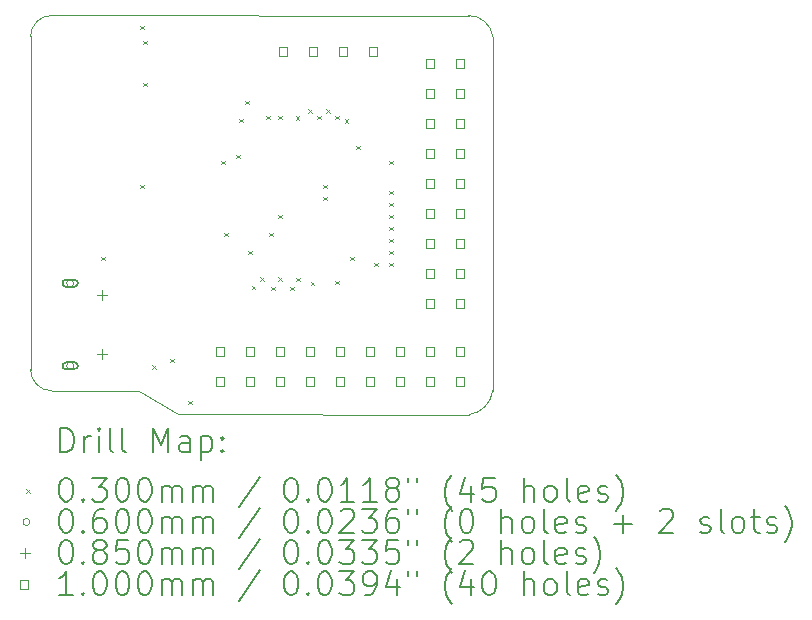
<source format=gbr>
%TF.GenerationSoftware,KiCad,Pcbnew,(6.0.7)*%
%TF.CreationDate,2022-09-12T19:52:28+08:00*%
%TF.ProjectId,STM32Breakout,53544d33-3242-4726-9561-6b6f75742e6b,rev?*%
%TF.SameCoordinates,Original*%
%TF.FileFunction,Drillmap*%
%TF.FilePolarity,Positive*%
%FSLAX45Y45*%
G04 Gerber Fmt 4.5, Leading zero omitted, Abs format (unit mm)*
G04 Created by KiCad (PCBNEW (6.0.7)) date 2022-09-12 19:52:28*
%MOMM*%
%LPD*%
G01*
G04 APERTURE LIST*
%ADD10C,0.100000*%
%ADD11C,0.200000*%
%ADD12C,0.030000*%
%ADD13C,0.060000*%
%ADD14C,0.085000*%
G04 APERTURE END LIST*
D10*
X8813800Y-11480162D02*
X8483600Y-11277600D01*
X7567924Y-11101076D02*
G75*
G03*
X7745724Y-11278876I177796J-4D01*
G01*
X7567924Y-11101076D02*
X7567924Y-8279124D01*
X8126724Y-11278876D02*
X7745724Y-11278876D01*
X7745724Y-8101324D02*
X11278876Y-8102600D01*
X11480803Y-8280400D02*
G75*
G03*
X11278876Y-8102600I-201923J-25760D01*
G01*
X11480800Y-11278876D02*
X11480800Y-8280400D01*
X11278876Y-11481436D02*
G75*
G03*
X11480800Y-11278876I-30356J232186D01*
G01*
X7745724Y-8101324D02*
G75*
G03*
X7567924Y-8279124I-4J-177796D01*
G01*
X8813800Y-11480162D02*
X11278876Y-11481438D01*
X8483600Y-11277600D02*
X8126724Y-11278876D01*
D11*
D12*
X8163800Y-10145000D02*
X8193800Y-10175000D01*
X8193800Y-10145000D02*
X8163800Y-10175000D01*
X8494000Y-8189200D02*
X8524000Y-8219200D01*
X8524000Y-8189200D02*
X8494000Y-8219200D01*
X8494000Y-9535400D02*
X8524000Y-9565400D01*
X8524000Y-9535400D02*
X8494000Y-9565400D01*
X8519400Y-8316200D02*
X8549400Y-8346200D01*
X8549400Y-8316200D02*
X8519400Y-8346200D01*
X8519400Y-8671800D02*
X8549400Y-8701800D01*
X8549400Y-8671800D02*
X8519400Y-8701800D01*
X8595600Y-11065150D02*
X8625600Y-11095150D01*
X8625600Y-11065150D02*
X8595600Y-11095150D01*
X8748000Y-11008600D02*
X8778000Y-11038600D01*
X8778000Y-11008600D02*
X8748000Y-11038600D01*
X8900400Y-11364200D02*
X8930400Y-11394200D01*
X8930400Y-11364200D02*
X8900400Y-11394200D01*
X9179800Y-9332200D02*
X9209800Y-9362200D01*
X9209800Y-9332200D02*
X9179800Y-9362200D01*
X9205200Y-9941800D02*
X9235200Y-9971800D01*
X9235200Y-9941800D02*
X9205200Y-9971800D01*
X9306800Y-9281400D02*
X9336800Y-9311400D01*
X9336800Y-9281400D02*
X9306800Y-9311400D01*
X9332200Y-8976600D02*
X9362200Y-9006600D01*
X9362200Y-8976600D02*
X9332200Y-9006600D01*
X9383000Y-8824200D02*
X9413000Y-8854200D01*
X9413000Y-8824200D02*
X9383000Y-8854200D01*
X9408400Y-10094200D02*
X9438400Y-10124200D01*
X9438400Y-10094200D02*
X9408400Y-10124200D01*
X9441303Y-10391497D02*
X9471303Y-10421497D01*
X9471303Y-10391497D02*
X9441303Y-10421497D01*
X9510000Y-10318200D02*
X9540000Y-10348200D01*
X9540000Y-10318200D02*
X9510000Y-10348200D01*
X9560800Y-8951200D02*
X9590800Y-8981200D01*
X9590800Y-8951200D02*
X9560800Y-8981200D01*
X9586200Y-9941800D02*
X9616200Y-9971800D01*
X9616200Y-9941800D02*
X9586200Y-9971800D01*
X9605768Y-10400111D02*
X9635768Y-10430111D01*
X9635768Y-10400111D02*
X9605768Y-10430111D01*
X9662400Y-8951200D02*
X9692400Y-8981200D01*
X9692400Y-8951200D02*
X9662400Y-8981200D01*
X9662400Y-9789400D02*
X9692400Y-9819400D01*
X9692400Y-9789400D02*
X9662400Y-9819400D01*
X9662400Y-10318200D02*
X9692400Y-10348200D01*
X9692400Y-10318200D02*
X9662400Y-10348200D01*
X9764000Y-10399000D02*
X9794000Y-10429000D01*
X9794000Y-10399000D02*
X9764000Y-10429000D01*
X9812260Y-8956280D02*
X9842260Y-8986280D01*
X9842260Y-8956280D02*
X9812260Y-8986280D01*
X9814800Y-10322800D02*
X9844800Y-10352800D01*
X9844800Y-10322800D02*
X9814800Y-10352800D01*
X9916400Y-8895800D02*
X9946400Y-8925800D01*
X9946400Y-8895800D02*
X9916400Y-8925800D01*
X9938454Y-10357158D02*
X9968454Y-10387158D01*
X9968454Y-10357158D02*
X9938454Y-10387158D01*
X9992600Y-8951200D02*
X10022600Y-8981200D01*
X10022600Y-8951200D02*
X9992600Y-8981200D01*
X10043400Y-9535400D02*
X10073400Y-9565400D01*
X10073400Y-9535400D02*
X10043400Y-9565400D01*
X10043400Y-9637000D02*
X10073400Y-9667000D01*
X10073400Y-9637000D02*
X10043400Y-9667000D01*
X10068800Y-8895800D02*
X10098800Y-8925800D01*
X10098800Y-8895800D02*
X10068800Y-8925800D01*
X10145000Y-8951200D02*
X10175000Y-8981200D01*
X10175000Y-8951200D02*
X10145000Y-8981200D01*
X10145000Y-10348200D02*
X10175000Y-10378200D01*
X10175000Y-10348200D02*
X10145000Y-10378200D01*
X10228550Y-8979140D02*
X10258550Y-9009140D01*
X10258550Y-8979140D02*
X10228550Y-9009140D01*
X10272000Y-10145000D02*
X10302000Y-10175000D01*
X10302000Y-10145000D02*
X10272000Y-10175000D01*
X10322800Y-9205200D02*
X10352800Y-9235200D01*
X10352800Y-9205200D02*
X10322800Y-9235200D01*
X10475200Y-10195800D02*
X10505200Y-10225800D01*
X10505200Y-10195800D02*
X10475200Y-10225800D01*
X10602200Y-9332200D02*
X10632200Y-9362200D01*
X10632200Y-9332200D02*
X10602200Y-9362200D01*
X10602200Y-9586200D02*
X10632200Y-9616200D01*
X10632200Y-9586200D02*
X10602200Y-9616200D01*
X10602200Y-9687800D02*
X10632200Y-9717800D01*
X10632200Y-9687800D02*
X10602200Y-9717800D01*
X10602200Y-9891000D02*
X10632200Y-9921000D01*
X10632200Y-9891000D02*
X10602200Y-9921000D01*
X10602200Y-9992600D02*
X10632200Y-10022600D01*
X10632200Y-9992600D02*
X10602200Y-10022600D01*
X10602200Y-10094200D02*
X10632200Y-10124200D01*
X10632200Y-10094200D02*
X10602200Y-10124200D01*
X10602200Y-10195800D02*
X10632200Y-10225800D01*
X10632200Y-10195800D02*
X10602200Y-10225800D01*
X10604165Y-9787435D02*
X10634165Y-9817435D01*
X10634165Y-9787435D02*
X10604165Y-9817435D01*
D13*
X7932650Y-10368800D02*
G75*
G03*
X7932650Y-10368800I-30000J0D01*
G01*
D11*
X7867650Y-10398800D02*
X7937650Y-10398800D01*
X7867650Y-10338800D02*
X7937650Y-10338800D01*
X7937650Y-10398800D02*
G75*
G03*
X7937650Y-10338800I0J30000D01*
G01*
X7867650Y-10338800D02*
G75*
G03*
X7867650Y-10398800I0J-30000D01*
G01*
D13*
X7932650Y-11068800D02*
G75*
G03*
X7932650Y-11068800I-30000J0D01*
G01*
D11*
X7937650Y-11038800D02*
X7867650Y-11038800D01*
X7937650Y-11098800D02*
X7867650Y-11098800D01*
X7867650Y-11038800D02*
G75*
G03*
X7867650Y-11098800I0J-30000D01*
G01*
X7937650Y-11098800D02*
G75*
G03*
X7937650Y-11038800I0J30000D01*
G01*
D14*
X8172650Y-10426300D02*
X8172650Y-10511300D01*
X8130150Y-10468800D02*
X8215150Y-10468800D01*
X8172650Y-10926300D02*
X8172650Y-11011300D01*
X8130150Y-10968800D02*
X8215150Y-10968800D01*
D10*
X9205756Y-10983256D02*
X9205756Y-10912544D01*
X9135044Y-10912544D01*
X9135044Y-10983256D01*
X9205756Y-10983256D01*
X9205756Y-11237256D02*
X9205756Y-11166544D01*
X9135044Y-11166544D01*
X9135044Y-11237256D01*
X9205756Y-11237256D01*
X9459756Y-10983256D02*
X9459756Y-10912544D01*
X9389044Y-10912544D01*
X9389044Y-10983256D01*
X9459756Y-10983256D01*
X9459756Y-11237256D02*
X9459756Y-11166544D01*
X9389044Y-11166544D01*
X9389044Y-11237256D01*
X9459756Y-11237256D01*
X9713756Y-10983256D02*
X9713756Y-10912544D01*
X9643044Y-10912544D01*
X9643044Y-10983256D01*
X9713756Y-10983256D01*
X9713756Y-11237256D02*
X9713756Y-11166544D01*
X9643044Y-11166544D01*
X9643044Y-11237256D01*
X9713756Y-11237256D01*
X9738156Y-8442756D02*
X9738156Y-8372044D01*
X9667444Y-8372044D01*
X9667444Y-8442756D01*
X9738156Y-8442756D01*
X9967756Y-10983256D02*
X9967756Y-10912544D01*
X9897044Y-10912544D01*
X9897044Y-10983256D01*
X9967756Y-10983256D01*
X9967756Y-11237256D02*
X9967756Y-11166544D01*
X9897044Y-11166544D01*
X9897044Y-11237256D01*
X9967756Y-11237256D01*
X9992156Y-8442756D02*
X9992156Y-8372044D01*
X9921444Y-8372044D01*
X9921444Y-8442756D01*
X9992156Y-8442756D01*
X10221756Y-10983256D02*
X10221756Y-10912544D01*
X10151044Y-10912544D01*
X10151044Y-10983256D01*
X10221756Y-10983256D01*
X10221756Y-11237256D02*
X10221756Y-11166544D01*
X10151044Y-11166544D01*
X10151044Y-11237256D01*
X10221756Y-11237256D01*
X10246156Y-8442756D02*
X10246156Y-8372044D01*
X10175444Y-8372044D01*
X10175444Y-8442756D01*
X10246156Y-8442756D01*
X10475756Y-10983256D02*
X10475756Y-10912544D01*
X10405044Y-10912544D01*
X10405044Y-10983256D01*
X10475756Y-10983256D01*
X10475756Y-11237256D02*
X10475756Y-11166544D01*
X10405044Y-11166544D01*
X10405044Y-11237256D01*
X10475756Y-11237256D01*
X10500156Y-8442756D02*
X10500156Y-8372044D01*
X10429444Y-8372044D01*
X10429444Y-8442756D01*
X10500156Y-8442756D01*
X10729756Y-10983256D02*
X10729756Y-10912544D01*
X10659044Y-10912544D01*
X10659044Y-10983256D01*
X10729756Y-10983256D01*
X10729756Y-11237256D02*
X10729756Y-11166544D01*
X10659044Y-11166544D01*
X10659044Y-11237256D01*
X10729756Y-11237256D01*
X10982756Y-8544356D02*
X10982756Y-8473644D01*
X10912044Y-8473644D01*
X10912044Y-8544356D01*
X10982756Y-8544356D01*
X10982756Y-8798356D02*
X10982756Y-8727644D01*
X10912044Y-8727644D01*
X10912044Y-8798356D01*
X10982756Y-8798356D01*
X10982756Y-9052356D02*
X10982756Y-8981644D01*
X10912044Y-8981644D01*
X10912044Y-9052356D01*
X10982756Y-9052356D01*
X10982756Y-9306356D02*
X10982756Y-9235644D01*
X10912044Y-9235644D01*
X10912044Y-9306356D01*
X10982756Y-9306356D01*
X10982756Y-9560356D02*
X10982756Y-9489644D01*
X10912044Y-9489644D01*
X10912044Y-9560356D01*
X10982756Y-9560356D01*
X10982756Y-9814356D02*
X10982756Y-9743644D01*
X10912044Y-9743644D01*
X10912044Y-9814356D01*
X10982756Y-9814356D01*
X10982756Y-10068356D02*
X10982756Y-9997644D01*
X10912044Y-9997644D01*
X10912044Y-10068356D01*
X10982756Y-10068356D01*
X10982756Y-10322356D02*
X10982756Y-10251644D01*
X10912044Y-10251644D01*
X10912044Y-10322356D01*
X10982756Y-10322356D01*
X10982756Y-10576356D02*
X10982756Y-10505644D01*
X10912044Y-10505644D01*
X10912044Y-10576356D01*
X10982756Y-10576356D01*
X10983756Y-10983256D02*
X10983756Y-10912544D01*
X10913044Y-10912544D01*
X10913044Y-10983256D01*
X10983756Y-10983256D01*
X10983756Y-11237256D02*
X10983756Y-11166544D01*
X10913044Y-11166544D01*
X10913044Y-11237256D01*
X10983756Y-11237256D01*
X11236756Y-8544356D02*
X11236756Y-8473644D01*
X11166044Y-8473644D01*
X11166044Y-8544356D01*
X11236756Y-8544356D01*
X11236756Y-8798356D02*
X11236756Y-8727644D01*
X11166044Y-8727644D01*
X11166044Y-8798356D01*
X11236756Y-8798356D01*
X11236756Y-9052356D02*
X11236756Y-8981644D01*
X11166044Y-8981644D01*
X11166044Y-9052356D01*
X11236756Y-9052356D01*
X11236756Y-9306356D02*
X11236756Y-9235644D01*
X11166044Y-9235644D01*
X11166044Y-9306356D01*
X11236756Y-9306356D01*
X11236756Y-9560356D02*
X11236756Y-9489644D01*
X11166044Y-9489644D01*
X11166044Y-9560356D01*
X11236756Y-9560356D01*
X11236756Y-9814356D02*
X11236756Y-9743644D01*
X11166044Y-9743644D01*
X11166044Y-9814356D01*
X11236756Y-9814356D01*
X11236756Y-10068356D02*
X11236756Y-9997644D01*
X11166044Y-9997644D01*
X11166044Y-10068356D01*
X11236756Y-10068356D01*
X11236756Y-10322356D02*
X11236756Y-10251644D01*
X11166044Y-10251644D01*
X11166044Y-10322356D01*
X11236756Y-10322356D01*
X11236756Y-10576356D02*
X11236756Y-10505644D01*
X11166044Y-10505644D01*
X11166044Y-10576356D01*
X11236756Y-10576356D01*
X11237756Y-10983256D02*
X11237756Y-10912544D01*
X11167044Y-10912544D01*
X11167044Y-10983256D01*
X11237756Y-10983256D01*
X11237756Y-11237256D02*
X11237756Y-11166544D01*
X11167044Y-11166544D01*
X11167044Y-11237256D01*
X11237756Y-11237256D01*
D11*
X7820543Y-11796914D02*
X7820543Y-11596914D01*
X7868162Y-11596914D01*
X7896733Y-11606438D01*
X7915781Y-11625486D01*
X7925304Y-11644533D01*
X7934828Y-11682629D01*
X7934828Y-11711200D01*
X7925304Y-11749295D01*
X7915781Y-11768343D01*
X7896733Y-11787390D01*
X7868162Y-11796914D01*
X7820543Y-11796914D01*
X8020543Y-11796914D02*
X8020543Y-11663581D01*
X8020543Y-11701676D02*
X8030066Y-11682629D01*
X8039590Y-11673105D01*
X8058638Y-11663581D01*
X8077685Y-11663581D01*
X8144352Y-11796914D02*
X8144352Y-11663581D01*
X8144352Y-11596914D02*
X8134828Y-11606438D01*
X8144352Y-11615962D01*
X8153876Y-11606438D01*
X8144352Y-11596914D01*
X8144352Y-11615962D01*
X8268162Y-11796914D02*
X8249114Y-11787390D01*
X8239590Y-11768343D01*
X8239590Y-11596914D01*
X8372924Y-11796914D02*
X8353876Y-11787390D01*
X8344352Y-11768343D01*
X8344352Y-11596914D01*
X8601495Y-11796914D02*
X8601495Y-11596914D01*
X8668162Y-11739771D01*
X8734828Y-11596914D01*
X8734828Y-11796914D01*
X8915781Y-11796914D02*
X8915781Y-11692152D01*
X8906257Y-11673105D01*
X8887209Y-11663581D01*
X8849114Y-11663581D01*
X8830066Y-11673105D01*
X8915781Y-11787390D02*
X8896733Y-11796914D01*
X8849114Y-11796914D01*
X8830066Y-11787390D01*
X8820543Y-11768343D01*
X8820543Y-11749295D01*
X8830066Y-11730248D01*
X8849114Y-11720724D01*
X8896733Y-11720724D01*
X8915781Y-11711200D01*
X9011019Y-11663581D02*
X9011019Y-11863581D01*
X9011019Y-11673105D02*
X9030066Y-11663581D01*
X9068162Y-11663581D01*
X9087209Y-11673105D01*
X9096733Y-11682629D01*
X9106257Y-11701676D01*
X9106257Y-11758819D01*
X9096733Y-11777867D01*
X9087209Y-11787390D01*
X9068162Y-11796914D01*
X9030066Y-11796914D01*
X9011019Y-11787390D01*
X9191971Y-11777867D02*
X9201495Y-11787390D01*
X9191971Y-11796914D01*
X9182447Y-11787390D01*
X9191971Y-11777867D01*
X9191971Y-11796914D01*
X9191971Y-11673105D02*
X9201495Y-11682629D01*
X9191971Y-11692152D01*
X9182447Y-11682629D01*
X9191971Y-11673105D01*
X9191971Y-11692152D01*
D12*
X7532924Y-12111438D02*
X7562924Y-12141438D01*
X7562924Y-12111438D02*
X7532924Y-12141438D01*
D11*
X7858638Y-12016914D02*
X7877685Y-12016914D01*
X7896733Y-12026438D01*
X7906257Y-12035962D01*
X7915781Y-12055010D01*
X7925304Y-12093105D01*
X7925304Y-12140724D01*
X7915781Y-12178819D01*
X7906257Y-12197867D01*
X7896733Y-12207390D01*
X7877685Y-12216914D01*
X7858638Y-12216914D01*
X7839590Y-12207390D01*
X7830066Y-12197867D01*
X7820543Y-12178819D01*
X7811019Y-12140724D01*
X7811019Y-12093105D01*
X7820543Y-12055010D01*
X7830066Y-12035962D01*
X7839590Y-12026438D01*
X7858638Y-12016914D01*
X8011019Y-12197867D02*
X8020543Y-12207390D01*
X8011019Y-12216914D01*
X8001495Y-12207390D01*
X8011019Y-12197867D01*
X8011019Y-12216914D01*
X8087209Y-12016914D02*
X8211019Y-12016914D01*
X8144352Y-12093105D01*
X8172924Y-12093105D01*
X8191971Y-12102629D01*
X8201495Y-12112152D01*
X8211019Y-12131200D01*
X8211019Y-12178819D01*
X8201495Y-12197867D01*
X8191971Y-12207390D01*
X8172924Y-12216914D01*
X8115781Y-12216914D01*
X8096733Y-12207390D01*
X8087209Y-12197867D01*
X8334828Y-12016914D02*
X8353876Y-12016914D01*
X8372924Y-12026438D01*
X8382447Y-12035962D01*
X8391971Y-12055010D01*
X8401495Y-12093105D01*
X8401495Y-12140724D01*
X8391971Y-12178819D01*
X8382447Y-12197867D01*
X8372924Y-12207390D01*
X8353876Y-12216914D01*
X8334828Y-12216914D01*
X8315781Y-12207390D01*
X8306257Y-12197867D01*
X8296733Y-12178819D01*
X8287209Y-12140724D01*
X8287209Y-12093105D01*
X8296733Y-12055010D01*
X8306257Y-12035962D01*
X8315781Y-12026438D01*
X8334828Y-12016914D01*
X8525305Y-12016914D02*
X8544352Y-12016914D01*
X8563400Y-12026438D01*
X8572924Y-12035962D01*
X8582447Y-12055010D01*
X8591971Y-12093105D01*
X8591971Y-12140724D01*
X8582447Y-12178819D01*
X8572924Y-12197867D01*
X8563400Y-12207390D01*
X8544352Y-12216914D01*
X8525305Y-12216914D01*
X8506257Y-12207390D01*
X8496733Y-12197867D01*
X8487209Y-12178819D01*
X8477686Y-12140724D01*
X8477686Y-12093105D01*
X8487209Y-12055010D01*
X8496733Y-12035962D01*
X8506257Y-12026438D01*
X8525305Y-12016914D01*
X8677686Y-12216914D02*
X8677686Y-12083581D01*
X8677686Y-12102629D02*
X8687209Y-12093105D01*
X8706257Y-12083581D01*
X8734828Y-12083581D01*
X8753876Y-12093105D01*
X8763400Y-12112152D01*
X8763400Y-12216914D01*
X8763400Y-12112152D02*
X8772924Y-12093105D01*
X8791971Y-12083581D01*
X8820543Y-12083581D01*
X8839590Y-12093105D01*
X8849114Y-12112152D01*
X8849114Y-12216914D01*
X8944352Y-12216914D02*
X8944352Y-12083581D01*
X8944352Y-12102629D02*
X8953876Y-12093105D01*
X8972924Y-12083581D01*
X9001495Y-12083581D01*
X9020543Y-12093105D01*
X9030066Y-12112152D01*
X9030066Y-12216914D01*
X9030066Y-12112152D02*
X9039590Y-12093105D01*
X9058638Y-12083581D01*
X9087209Y-12083581D01*
X9106257Y-12093105D01*
X9115781Y-12112152D01*
X9115781Y-12216914D01*
X9506257Y-12007390D02*
X9334828Y-12264533D01*
X9763400Y-12016914D02*
X9782447Y-12016914D01*
X9801495Y-12026438D01*
X9811019Y-12035962D01*
X9820543Y-12055010D01*
X9830066Y-12093105D01*
X9830066Y-12140724D01*
X9820543Y-12178819D01*
X9811019Y-12197867D01*
X9801495Y-12207390D01*
X9782447Y-12216914D01*
X9763400Y-12216914D01*
X9744352Y-12207390D01*
X9734828Y-12197867D01*
X9725305Y-12178819D01*
X9715781Y-12140724D01*
X9715781Y-12093105D01*
X9725305Y-12055010D01*
X9734828Y-12035962D01*
X9744352Y-12026438D01*
X9763400Y-12016914D01*
X9915781Y-12197867D02*
X9925305Y-12207390D01*
X9915781Y-12216914D01*
X9906257Y-12207390D01*
X9915781Y-12197867D01*
X9915781Y-12216914D01*
X10049114Y-12016914D02*
X10068162Y-12016914D01*
X10087209Y-12026438D01*
X10096733Y-12035962D01*
X10106257Y-12055010D01*
X10115781Y-12093105D01*
X10115781Y-12140724D01*
X10106257Y-12178819D01*
X10096733Y-12197867D01*
X10087209Y-12207390D01*
X10068162Y-12216914D01*
X10049114Y-12216914D01*
X10030066Y-12207390D01*
X10020543Y-12197867D01*
X10011019Y-12178819D01*
X10001495Y-12140724D01*
X10001495Y-12093105D01*
X10011019Y-12055010D01*
X10020543Y-12035962D01*
X10030066Y-12026438D01*
X10049114Y-12016914D01*
X10306257Y-12216914D02*
X10191971Y-12216914D01*
X10249114Y-12216914D02*
X10249114Y-12016914D01*
X10230066Y-12045486D01*
X10211019Y-12064533D01*
X10191971Y-12074057D01*
X10496733Y-12216914D02*
X10382447Y-12216914D01*
X10439590Y-12216914D02*
X10439590Y-12016914D01*
X10420543Y-12045486D01*
X10401495Y-12064533D01*
X10382447Y-12074057D01*
X10611019Y-12102629D02*
X10591971Y-12093105D01*
X10582447Y-12083581D01*
X10572924Y-12064533D01*
X10572924Y-12055010D01*
X10582447Y-12035962D01*
X10591971Y-12026438D01*
X10611019Y-12016914D01*
X10649114Y-12016914D01*
X10668162Y-12026438D01*
X10677686Y-12035962D01*
X10687209Y-12055010D01*
X10687209Y-12064533D01*
X10677686Y-12083581D01*
X10668162Y-12093105D01*
X10649114Y-12102629D01*
X10611019Y-12102629D01*
X10591971Y-12112152D01*
X10582447Y-12121676D01*
X10572924Y-12140724D01*
X10572924Y-12178819D01*
X10582447Y-12197867D01*
X10591971Y-12207390D01*
X10611019Y-12216914D01*
X10649114Y-12216914D01*
X10668162Y-12207390D01*
X10677686Y-12197867D01*
X10687209Y-12178819D01*
X10687209Y-12140724D01*
X10677686Y-12121676D01*
X10668162Y-12112152D01*
X10649114Y-12102629D01*
X10763400Y-12016914D02*
X10763400Y-12055010D01*
X10839590Y-12016914D02*
X10839590Y-12055010D01*
X11134828Y-12293105D02*
X11125305Y-12283581D01*
X11106257Y-12255010D01*
X11096733Y-12235962D01*
X11087209Y-12207390D01*
X11077686Y-12159771D01*
X11077686Y-12121676D01*
X11087209Y-12074057D01*
X11096733Y-12045486D01*
X11106257Y-12026438D01*
X11125305Y-11997867D01*
X11134828Y-11988343D01*
X11296733Y-12083581D02*
X11296733Y-12216914D01*
X11249114Y-12007390D02*
X11201495Y-12150248D01*
X11325304Y-12150248D01*
X11496733Y-12016914D02*
X11401495Y-12016914D01*
X11391971Y-12112152D01*
X11401495Y-12102629D01*
X11420543Y-12093105D01*
X11468162Y-12093105D01*
X11487209Y-12102629D01*
X11496733Y-12112152D01*
X11506257Y-12131200D01*
X11506257Y-12178819D01*
X11496733Y-12197867D01*
X11487209Y-12207390D01*
X11468162Y-12216914D01*
X11420543Y-12216914D01*
X11401495Y-12207390D01*
X11391971Y-12197867D01*
X11744352Y-12216914D02*
X11744352Y-12016914D01*
X11830066Y-12216914D02*
X11830066Y-12112152D01*
X11820543Y-12093105D01*
X11801495Y-12083581D01*
X11772923Y-12083581D01*
X11753876Y-12093105D01*
X11744352Y-12102629D01*
X11953876Y-12216914D02*
X11934828Y-12207390D01*
X11925304Y-12197867D01*
X11915781Y-12178819D01*
X11915781Y-12121676D01*
X11925304Y-12102629D01*
X11934828Y-12093105D01*
X11953876Y-12083581D01*
X11982447Y-12083581D01*
X12001495Y-12093105D01*
X12011019Y-12102629D01*
X12020543Y-12121676D01*
X12020543Y-12178819D01*
X12011019Y-12197867D01*
X12001495Y-12207390D01*
X11982447Y-12216914D01*
X11953876Y-12216914D01*
X12134828Y-12216914D02*
X12115781Y-12207390D01*
X12106257Y-12188343D01*
X12106257Y-12016914D01*
X12287209Y-12207390D02*
X12268162Y-12216914D01*
X12230066Y-12216914D01*
X12211019Y-12207390D01*
X12201495Y-12188343D01*
X12201495Y-12112152D01*
X12211019Y-12093105D01*
X12230066Y-12083581D01*
X12268162Y-12083581D01*
X12287209Y-12093105D01*
X12296733Y-12112152D01*
X12296733Y-12131200D01*
X12201495Y-12150248D01*
X12372923Y-12207390D02*
X12391971Y-12216914D01*
X12430066Y-12216914D01*
X12449114Y-12207390D01*
X12458638Y-12188343D01*
X12458638Y-12178819D01*
X12449114Y-12159771D01*
X12430066Y-12150248D01*
X12401495Y-12150248D01*
X12382447Y-12140724D01*
X12372923Y-12121676D01*
X12372923Y-12112152D01*
X12382447Y-12093105D01*
X12401495Y-12083581D01*
X12430066Y-12083581D01*
X12449114Y-12093105D01*
X12525304Y-12293105D02*
X12534828Y-12283581D01*
X12553876Y-12255010D01*
X12563400Y-12235962D01*
X12572923Y-12207390D01*
X12582447Y-12159771D01*
X12582447Y-12121676D01*
X12572923Y-12074057D01*
X12563400Y-12045486D01*
X12553876Y-12026438D01*
X12534828Y-11997867D01*
X12525304Y-11988343D01*
D13*
X7562924Y-12390438D02*
G75*
G03*
X7562924Y-12390438I-30000J0D01*
G01*
D11*
X7858638Y-12280914D02*
X7877685Y-12280914D01*
X7896733Y-12290438D01*
X7906257Y-12299962D01*
X7915781Y-12319010D01*
X7925304Y-12357105D01*
X7925304Y-12404724D01*
X7915781Y-12442819D01*
X7906257Y-12461867D01*
X7896733Y-12471390D01*
X7877685Y-12480914D01*
X7858638Y-12480914D01*
X7839590Y-12471390D01*
X7830066Y-12461867D01*
X7820543Y-12442819D01*
X7811019Y-12404724D01*
X7811019Y-12357105D01*
X7820543Y-12319010D01*
X7830066Y-12299962D01*
X7839590Y-12290438D01*
X7858638Y-12280914D01*
X8011019Y-12461867D02*
X8020543Y-12471390D01*
X8011019Y-12480914D01*
X8001495Y-12471390D01*
X8011019Y-12461867D01*
X8011019Y-12480914D01*
X8191971Y-12280914D02*
X8153876Y-12280914D01*
X8134828Y-12290438D01*
X8125304Y-12299962D01*
X8106257Y-12328533D01*
X8096733Y-12366629D01*
X8096733Y-12442819D01*
X8106257Y-12461867D01*
X8115781Y-12471390D01*
X8134828Y-12480914D01*
X8172924Y-12480914D01*
X8191971Y-12471390D01*
X8201495Y-12461867D01*
X8211019Y-12442819D01*
X8211019Y-12395200D01*
X8201495Y-12376152D01*
X8191971Y-12366629D01*
X8172924Y-12357105D01*
X8134828Y-12357105D01*
X8115781Y-12366629D01*
X8106257Y-12376152D01*
X8096733Y-12395200D01*
X8334828Y-12280914D02*
X8353876Y-12280914D01*
X8372924Y-12290438D01*
X8382447Y-12299962D01*
X8391971Y-12319010D01*
X8401495Y-12357105D01*
X8401495Y-12404724D01*
X8391971Y-12442819D01*
X8382447Y-12461867D01*
X8372924Y-12471390D01*
X8353876Y-12480914D01*
X8334828Y-12480914D01*
X8315781Y-12471390D01*
X8306257Y-12461867D01*
X8296733Y-12442819D01*
X8287209Y-12404724D01*
X8287209Y-12357105D01*
X8296733Y-12319010D01*
X8306257Y-12299962D01*
X8315781Y-12290438D01*
X8334828Y-12280914D01*
X8525305Y-12280914D02*
X8544352Y-12280914D01*
X8563400Y-12290438D01*
X8572924Y-12299962D01*
X8582447Y-12319010D01*
X8591971Y-12357105D01*
X8591971Y-12404724D01*
X8582447Y-12442819D01*
X8572924Y-12461867D01*
X8563400Y-12471390D01*
X8544352Y-12480914D01*
X8525305Y-12480914D01*
X8506257Y-12471390D01*
X8496733Y-12461867D01*
X8487209Y-12442819D01*
X8477686Y-12404724D01*
X8477686Y-12357105D01*
X8487209Y-12319010D01*
X8496733Y-12299962D01*
X8506257Y-12290438D01*
X8525305Y-12280914D01*
X8677686Y-12480914D02*
X8677686Y-12347581D01*
X8677686Y-12366629D02*
X8687209Y-12357105D01*
X8706257Y-12347581D01*
X8734828Y-12347581D01*
X8753876Y-12357105D01*
X8763400Y-12376152D01*
X8763400Y-12480914D01*
X8763400Y-12376152D02*
X8772924Y-12357105D01*
X8791971Y-12347581D01*
X8820543Y-12347581D01*
X8839590Y-12357105D01*
X8849114Y-12376152D01*
X8849114Y-12480914D01*
X8944352Y-12480914D02*
X8944352Y-12347581D01*
X8944352Y-12366629D02*
X8953876Y-12357105D01*
X8972924Y-12347581D01*
X9001495Y-12347581D01*
X9020543Y-12357105D01*
X9030066Y-12376152D01*
X9030066Y-12480914D01*
X9030066Y-12376152D02*
X9039590Y-12357105D01*
X9058638Y-12347581D01*
X9087209Y-12347581D01*
X9106257Y-12357105D01*
X9115781Y-12376152D01*
X9115781Y-12480914D01*
X9506257Y-12271390D02*
X9334828Y-12528533D01*
X9763400Y-12280914D02*
X9782447Y-12280914D01*
X9801495Y-12290438D01*
X9811019Y-12299962D01*
X9820543Y-12319010D01*
X9830066Y-12357105D01*
X9830066Y-12404724D01*
X9820543Y-12442819D01*
X9811019Y-12461867D01*
X9801495Y-12471390D01*
X9782447Y-12480914D01*
X9763400Y-12480914D01*
X9744352Y-12471390D01*
X9734828Y-12461867D01*
X9725305Y-12442819D01*
X9715781Y-12404724D01*
X9715781Y-12357105D01*
X9725305Y-12319010D01*
X9734828Y-12299962D01*
X9744352Y-12290438D01*
X9763400Y-12280914D01*
X9915781Y-12461867D02*
X9925305Y-12471390D01*
X9915781Y-12480914D01*
X9906257Y-12471390D01*
X9915781Y-12461867D01*
X9915781Y-12480914D01*
X10049114Y-12280914D02*
X10068162Y-12280914D01*
X10087209Y-12290438D01*
X10096733Y-12299962D01*
X10106257Y-12319010D01*
X10115781Y-12357105D01*
X10115781Y-12404724D01*
X10106257Y-12442819D01*
X10096733Y-12461867D01*
X10087209Y-12471390D01*
X10068162Y-12480914D01*
X10049114Y-12480914D01*
X10030066Y-12471390D01*
X10020543Y-12461867D01*
X10011019Y-12442819D01*
X10001495Y-12404724D01*
X10001495Y-12357105D01*
X10011019Y-12319010D01*
X10020543Y-12299962D01*
X10030066Y-12290438D01*
X10049114Y-12280914D01*
X10191971Y-12299962D02*
X10201495Y-12290438D01*
X10220543Y-12280914D01*
X10268162Y-12280914D01*
X10287209Y-12290438D01*
X10296733Y-12299962D01*
X10306257Y-12319010D01*
X10306257Y-12338057D01*
X10296733Y-12366629D01*
X10182447Y-12480914D01*
X10306257Y-12480914D01*
X10372924Y-12280914D02*
X10496733Y-12280914D01*
X10430066Y-12357105D01*
X10458638Y-12357105D01*
X10477686Y-12366629D01*
X10487209Y-12376152D01*
X10496733Y-12395200D01*
X10496733Y-12442819D01*
X10487209Y-12461867D01*
X10477686Y-12471390D01*
X10458638Y-12480914D01*
X10401495Y-12480914D01*
X10382447Y-12471390D01*
X10372924Y-12461867D01*
X10668162Y-12280914D02*
X10630066Y-12280914D01*
X10611019Y-12290438D01*
X10601495Y-12299962D01*
X10582447Y-12328533D01*
X10572924Y-12366629D01*
X10572924Y-12442819D01*
X10582447Y-12461867D01*
X10591971Y-12471390D01*
X10611019Y-12480914D01*
X10649114Y-12480914D01*
X10668162Y-12471390D01*
X10677686Y-12461867D01*
X10687209Y-12442819D01*
X10687209Y-12395200D01*
X10677686Y-12376152D01*
X10668162Y-12366629D01*
X10649114Y-12357105D01*
X10611019Y-12357105D01*
X10591971Y-12366629D01*
X10582447Y-12376152D01*
X10572924Y-12395200D01*
X10763400Y-12280914D02*
X10763400Y-12319010D01*
X10839590Y-12280914D02*
X10839590Y-12319010D01*
X11134828Y-12557105D02*
X11125305Y-12547581D01*
X11106257Y-12519010D01*
X11096733Y-12499962D01*
X11087209Y-12471390D01*
X11077686Y-12423771D01*
X11077686Y-12385676D01*
X11087209Y-12338057D01*
X11096733Y-12309486D01*
X11106257Y-12290438D01*
X11125305Y-12261867D01*
X11134828Y-12252343D01*
X11249114Y-12280914D02*
X11268162Y-12280914D01*
X11287209Y-12290438D01*
X11296733Y-12299962D01*
X11306257Y-12319010D01*
X11315781Y-12357105D01*
X11315781Y-12404724D01*
X11306257Y-12442819D01*
X11296733Y-12461867D01*
X11287209Y-12471390D01*
X11268162Y-12480914D01*
X11249114Y-12480914D01*
X11230066Y-12471390D01*
X11220543Y-12461867D01*
X11211019Y-12442819D01*
X11201495Y-12404724D01*
X11201495Y-12357105D01*
X11211019Y-12319010D01*
X11220543Y-12299962D01*
X11230066Y-12290438D01*
X11249114Y-12280914D01*
X11553876Y-12480914D02*
X11553876Y-12280914D01*
X11639590Y-12480914D02*
X11639590Y-12376152D01*
X11630066Y-12357105D01*
X11611019Y-12347581D01*
X11582447Y-12347581D01*
X11563400Y-12357105D01*
X11553876Y-12366629D01*
X11763400Y-12480914D02*
X11744352Y-12471390D01*
X11734828Y-12461867D01*
X11725304Y-12442819D01*
X11725304Y-12385676D01*
X11734828Y-12366629D01*
X11744352Y-12357105D01*
X11763400Y-12347581D01*
X11791971Y-12347581D01*
X11811019Y-12357105D01*
X11820543Y-12366629D01*
X11830066Y-12385676D01*
X11830066Y-12442819D01*
X11820543Y-12461867D01*
X11811019Y-12471390D01*
X11791971Y-12480914D01*
X11763400Y-12480914D01*
X11944352Y-12480914D02*
X11925304Y-12471390D01*
X11915781Y-12452343D01*
X11915781Y-12280914D01*
X12096733Y-12471390D02*
X12077685Y-12480914D01*
X12039590Y-12480914D01*
X12020543Y-12471390D01*
X12011019Y-12452343D01*
X12011019Y-12376152D01*
X12020543Y-12357105D01*
X12039590Y-12347581D01*
X12077685Y-12347581D01*
X12096733Y-12357105D01*
X12106257Y-12376152D01*
X12106257Y-12395200D01*
X12011019Y-12414248D01*
X12182447Y-12471390D02*
X12201495Y-12480914D01*
X12239590Y-12480914D01*
X12258638Y-12471390D01*
X12268162Y-12452343D01*
X12268162Y-12442819D01*
X12258638Y-12423771D01*
X12239590Y-12414248D01*
X12211019Y-12414248D01*
X12191971Y-12404724D01*
X12182447Y-12385676D01*
X12182447Y-12376152D01*
X12191971Y-12357105D01*
X12211019Y-12347581D01*
X12239590Y-12347581D01*
X12258638Y-12357105D01*
X12506257Y-12404724D02*
X12658638Y-12404724D01*
X12582447Y-12480914D02*
X12582447Y-12328533D01*
X12896733Y-12299962D02*
X12906257Y-12290438D01*
X12925304Y-12280914D01*
X12972923Y-12280914D01*
X12991971Y-12290438D01*
X13001495Y-12299962D01*
X13011019Y-12319010D01*
X13011019Y-12338057D01*
X13001495Y-12366629D01*
X12887209Y-12480914D01*
X13011019Y-12480914D01*
X13239590Y-12471390D02*
X13258638Y-12480914D01*
X13296733Y-12480914D01*
X13315781Y-12471390D01*
X13325304Y-12452343D01*
X13325304Y-12442819D01*
X13315781Y-12423771D01*
X13296733Y-12414248D01*
X13268162Y-12414248D01*
X13249114Y-12404724D01*
X13239590Y-12385676D01*
X13239590Y-12376152D01*
X13249114Y-12357105D01*
X13268162Y-12347581D01*
X13296733Y-12347581D01*
X13315781Y-12357105D01*
X13439590Y-12480914D02*
X13420543Y-12471390D01*
X13411019Y-12452343D01*
X13411019Y-12280914D01*
X13544352Y-12480914D02*
X13525304Y-12471390D01*
X13515781Y-12461867D01*
X13506257Y-12442819D01*
X13506257Y-12385676D01*
X13515781Y-12366629D01*
X13525304Y-12357105D01*
X13544352Y-12347581D01*
X13572923Y-12347581D01*
X13591971Y-12357105D01*
X13601495Y-12366629D01*
X13611019Y-12385676D01*
X13611019Y-12442819D01*
X13601495Y-12461867D01*
X13591971Y-12471390D01*
X13572923Y-12480914D01*
X13544352Y-12480914D01*
X13668162Y-12347581D02*
X13744352Y-12347581D01*
X13696733Y-12280914D02*
X13696733Y-12452343D01*
X13706257Y-12471390D01*
X13725304Y-12480914D01*
X13744352Y-12480914D01*
X13801495Y-12471390D02*
X13820543Y-12480914D01*
X13858638Y-12480914D01*
X13877685Y-12471390D01*
X13887209Y-12452343D01*
X13887209Y-12442819D01*
X13877685Y-12423771D01*
X13858638Y-12414248D01*
X13830066Y-12414248D01*
X13811019Y-12404724D01*
X13801495Y-12385676D01*
X13801495Y-12376152D01*
X13811019Y-12357105D01*
X13830066Y-12347581D01*
X13858638Y-12347581D01*
X13877685Y-12357105D01*
X13953876Y-12557105D02*
X13963400Y-12547581D01*
X13982447Y-12519010D01*
X13991971Y-12499962D01*
X14001495Y-12471390D01*
X14011019Y-12423771D01*
X14011019Y-12385676D01*
X14001495Y-12338057D01*
X13991971Y-12309486D01*
X13982447Y-12290438D01*
X13963400Y-12261867D01*
X13953876Y-12252343D01*
D14*
X7520424Y-12611938D02*
X7520424Y-12696938D01*
X7477924Y-12654438D02*
X7562924Y-12654438D01*
D11*
X7858638Y-12544914D02*
X7877685Y-12544914D01*
X7896733Y-12554438D01*
X7906257Y-12563962D01*
X7915781Y-12583010D01*
X7925304Y-12621105D01*
X7925304Y-12668724D01*
X7915781Y-12706819D01*
X7906257Y-12725867D01*
X7896733Y-12735390D01*
X7877685Y-12744914D01*
X7858638Y-12744914D01*
X7839590Y-12735390D01*
X7830066Y-12725867D01*
X7820543Y-12706819D01*
X7811019Y-12668724D01*
X7811019Y-12621105D01*
X7820543Y-12583010D01*
X7830066Y-12563962D01*
X7839590Y-12554438D01*
X7858638Y-12544914D01*
X8011019Y-12725867D02*
X8020543Y-12735390D01*
X8011019Y-12744914D01*
X8001495Y-12735390D01*
X8011019Y-12725867D01*
X8011019Y-12744914D01*
X8134828Y-12630629D02*
X8115781Y-12621105D01*
X8106257Y-12611581D01*
X8096733Y-12592533D01*
X8096733Y-12583010D01*
X8106257Y-12563962D01*
X8115781Y-12554438D01*
X8134828Y-12544914D01*
X8172924Y-12544914D01*
X8191971Y-12554438D01*
X8201495Y-12563962D01*
X8211019Y-12583010D01*
X8211019Y-12592533D01*
X8201495Y-12611581D01*
X8191971Y-12621105D01*
X8172924Y-12630629D01*
X8134828Y-12630629D01*
X8115781Y-12640152D01*
X8106257Y-12649676D01*
X8096733Y-12668724D01*
X8096733Y-12706819D01*
X8106257Y-12725867D01*
X8115781Y-12735390D01*
X8134828Y-12744914D01*
X8172924Y-12744914D01*
X8191971Y-12735390D01*
X8201495Y-12725867D01*
X8211019Y-12706819D01*
X8211019Y-12668724D01*
X8201495Y-12649676D01*
X8191971Y-12640152D01*
X8172924Y-12630629D01*
X8391971Y-12544914D02*
X8296733Y-12544914D01*
X8287209Y-12640152D01*
X8296733Y-12630629D01*
X8315781Y-12621105D01*
X8363400Y-12621105D01*
X8382447Y-12630629D01*
X8391971Y-12640152D01*
X8401495Y-12659200D01*
X8401495Y-12706819D01*
X8391971Y-12725867D01*
X8382447Y-12735390D01*
X8363400Y-12744914D01*
X8315781Y-12744914D01*
X8296733Y-12735390D01*
X8287209Y-12725867D01*
X8525305Y-12544914D02*
X8544352Y-12544914D01*
X8563400Y-12554438D01*
X8572924Y-12563962D01*
X8582447Y-12583010D01*
X8591971Y-12621105D01*
X8591971Y-12668724D01*
X8582447Y-12706819D01*
X8572924Y-12725867D01*
X8563400Y-12735390D01*
X8544352Y-12744914D01*
X8525305Y-12744914D01*
X8506257Y-12735390D01*
X8496733Y-12725867D01*
X8487209Y-12706819D01*
X8477686Y-12668724D01*
X8477686Y-12621105D01*
X8487209Y-12583010D01*
X8496733Y-12563962D01*
X8506257Y-12554438D01*
X8525305Y-12544914D01*
X8677686Y-12744914D02*
X8677686Y-12611581D01*
X8677686Y-12630629D02*
X8687209Y-12621105D01*
X8706257Y-12611581D01*
X8734828Y-12611581D01*
X8753876Y-12621105D01*
X8763400Y-12640152D01*
X8763400Y-12744914D01*
X8763400Y-12640152D02*
X8772924Y-12621105D01*
X8791971Y-12611581D01*
X8820543Y-12611581D01*
X8839590Y-12621105D01*
X8849114Y-12640152D01*
X8849114Y-12744914D01*
X8944352Y-12744914D02*
X8944352Y-12611581D01*
X8944352Y-12630629D02*
X8953876Y-12621105D01*
X8972924Y-12611581D01*
X9001495Y-12611581D01*
X9020543Y-12621105D01*
X9030066Y-12640152D01*
X9030066Y-12744914D01*
X9030066Y-12640152D02*
X9039590Y-12621105D01*
X9058638Y-12611581D01*
X9087209Y-12611581D01*
X9106257Y-12621105D01*
X9115781Y-12640152D01*
X9115781Y-12744914D01*
X9506257Y-12535390D02*
X9334828Y-12792533D01*
X9763400Y-12544914D02*
X9782447Y-12544914D01*
X9801495Y-12554438D01*
X9811019Y-12563962D01*
X9820543Y-12583010D01*
X9830066Y-12621105D01*
X9830066Y-12668724D01*
X9820543Y-12706819D01*
X9811019Y-12725867D01*
X9801495Y-12735390D01*
X9782447Y-12744914D01*
X9763400Y-12744914D01*
X9744352Y-12735390D01*
X9734828Y-12725867D01*
X9725305Y-12706819D01*
X9715781Y-12668724D01*
X9715781Y-12621105D01*
X9725305Y-12583010D01*
X9734828Y-12563962D01*
X9744352Y-12554438D01*
X9763400Y-12544914D01*
X9915781Y-12725867D02*
X9925305Y-12735390D01*
X9915781Y-12744914D01*
X9906257Y-12735390D01*
X9915781Y-12725867D01*
X9915781Y-12744914D01*
X10049114Y-12544914D02*
X10068162Y-12544914D01*
X10087209Y-12554438D01*
X10096733Y-12563962D01*
X10106257Y-12583010D01*
X10115781Y-12621105D01*
X10115781Y-12668724D01*
X10106257Y-12706819D01*
X10096733Y-12725867D01*
X10087209Y-12735390D01*
X10068162Y-12744914D01*
X10049114Y-12744914D01*
X10030066Y-12735390D01*
X10020543Y-12725867D01*
X10011019Y-12706819D01*
X10001495Y-12668724D01*
X10001495Y-12621105D01*
X10011019Y-12583010D01*
X10020543Y-12563962D01*
X10030066Y-12554438D01*
X10049114Y-12544914D01*
X10182447Y-12544914D02*
X10306257Y-12544914D01*
X10239590Y-12621105D01*
X10268162Y-12621105D01*
X10287209Y-12630629D01*
X10296733Y-12640152D01*
X10306257Y-12659200D01*
X10306257Y-12706819D01*
X10296733Y-12725867D01*
X10287209Y-12735390D01*
X10268162Y-12744914D01*
X10211019Y-12744914D01*
X10191971Y-12735390D01*
X10182447Y-12725867D01*
X10372924Y-12544914D02*
X10496733Y-12544914D01*
X10430066Y-12621105D01*
X10458638Y-12621105D01*
X10477686Y-12630629D01*
X10487209Y-12640152D01*
X10496733Y-12659200D01*
X10496733Y-12706819D01*
X10487209Y-12725867D01*
X10477686Y-12735390D01*
X10458638Y-12744914D01*
X10401495Y-12744914D01*
X10382447Y-12735390D01*
X10372924Y-12725867D01*
X10677686Y-12544914D02*
X10582447Y-12544914D01*
X10572924Y-12640152D01*
X10582447Y-12630629D01*
X10601495Y-12621105D01*
X10649114Y-12621105D01*
X10668162Y-12630629D01*
X10677686Y-12640152D01*
X10687209Y-12659200D01*
X10687209Y-12706819D01*
X10677686Y-12725867D01*
X10668162Y-12735390D01*
X10649114Y-12744914D01*
X10601495Y-12744914D01*
X10582447Y-12735390D01*
X10572924Y-12725867D01*
X10763400Y-12544914D02*
X10763400Y-12583010D01*
X10839590Y-12544914D02*
X10839590Y-12583010D01*
X11134828Y-12821105D02*
X11125305Y-12811581D01*
X11106257Y-12783010D01*
X11096733Y-12763962D01*
X11087209Y-12735390D01*
X11077686Y-12687771D01*
X11077686Y-12649676D01*
X11087209Y-12602057D01*
X11096733Y-12573486D01*
X11106257Y-12554438D01*
X11125305Y-12525867D01*
X11134828Y-12516343D01*
X11201495Y-12563962D02*
X11211019Y-12554438D01*
X11230066Y-12544914D01*
X11277685Y-12544914D01*
X11296733Y-12554438D01*
X11306257Y-12563962D01*
X11315781Y-12583010D01*
X11315781Y-12602057D01*
X11306257Y-12630629D01*
X11191971Y-12744914D01*
X11315781Y-12744914D01*
X11553876Y-12744914D02*
X11553876Y-12544914D01*
X11639590Y-12744914D02*
X11639590Y-12640152D01*
X11630066Y-12621105D01*
X11611019Y-12611581D01*
X11582447Y-12611581D01*
X11563400Y-12621105D01*
X11553876Y-12630629D01*
X11763400Y-12744914D02*
X11744352Y-12735390D01*
X11734828Y-12725867D01*
X11725304Y-12706819D01*
X11725304Y-12649676D01*
X11734828Y-12630629D01*
X11744352Y-12621105D01*
X11763400Y-12611581D01*
X11791971Y-12611581D01*
X11811019Y-12621105D01*
X11820543Y-12630629D01*
X11830066Y-12649676D01*
X11830066Y-12706819D01*
X11820543Y-12725867D01*
X11811019Y-12735390D01*
X11791971Y-12744914D01*
X11763400Y-12744914D01*
X11944352Y-12744914D02*
X11925304Y-12735390D01*
X11915781Y-12716343D01*
X11915781Y-12544914D01*
X12096733Y-12735390D02*
X12077685Y-12744914D01*
X12039590Y-12744914D01*
X12020543Y-12735390D01*
X12011019Y-12716343D01*
X12011019Y-12640152D01*
X12020543Y-12621105D01*
X12039590Y-12611581D01*
X12077685Y-12611581D01*
X12096733Y-12621105D01*
X12106257Y-12640152D01*
X12106257Y-12659200D01*
X12011019Y-12678248D01*
X12182447Y-12735390D02*
X12201495Y-12744914D01*
X12239590Y-12744914D01*
X12258638Y-12735390D01*
X12268162Y-12716343D01*
X12268162Y-12706819D01*
X12258638Y-12687771D01*
X12239590Y-12678248D01*
X12211019Y-12678248D01*
X12191971Y-12668724D01*
X12182447Y-12649676D01*
X12182447Y-12640152D01*
X12191971Y-12621105D01*
X12211019Y-12611581D01*
X12239590Y-12611581D01*
X12258638Y-12621105D01*
X12334828Y-12821105D02*
X12344352Y-12811581D01*
X12363400Y-12783010D01*
X12372923Y-12763962D01*
X12382447Y-12735390D01*
X12391971Y-12687771D01*
X12391971Y-12649676D01*
X12382447Y-12602057D01*
X12372923Y-12573486D01*
X12363400Y-12554438D01*
X12344352Y-12525867D01*
X12334828Y-12516343D01*
D10*
X7548279Y-12953794D02*
X7548279Y-12883082D01*
X7477568Y-12883082D01*
X7477568Y-12953794D01*
X7548279Y-12953794D01*
D11*
X7925304Y-13008914D02*
X7811019Y-13008914D01*
X7868162Y-13008914D02*
X7868162Y-12808914D01*
X7849114Y-12837486D01*
X7830066Y-12856533D01*
X7811019Y-12866057D01*
X8011019Y-12989867D02*
X8020543Y-12999390D01*
X8011019Y-13008914D01*
X8001495Y-12999390D01*
X8011019Y-12989867D01*
X8011019Y-13008914D01*
X8144352Y-12808914D02*
X8163400Y-12808914D01*
X8182447Y-12818438D01*
X8191971Y-12827962D01*
X8201495Y-12847010D01*
X8211019Y-12885105D01*
X8211019Y-12932724D01*
X8201495Y-12970819D01*
X8191971Y-12989867D01*
X8182447Y-12999390D01*
X8163400Y-13008914D01*
X8144352Y-13008914D01*
X8125304Y-12999390D01*
X8115781Y-12989867D01*
X8106257Y-12970819D01*
X8096733Y-12932724D01*
X8096733Y-12885105D01*
X8106257Y-12847010D01*
X8115781Y-12827962D01*
X8125304Y-12818438D01*
X8144352Y-12808914D01*
X8334828Y-12808914D02*
X8353876Y-12808914D01*
X8372924Y-12818438D01*
X8382447Y-12827962D01*
X8391971Y-12847010D01*
X8401495Y-12885105D01*
X8401495Y-12932724D01*
X8391971Y-12970819D01*
X8382447Y-12989867D01*
X8372924Y-12999390D01*
X8353876Y-13008914D01*
X8334828Y-13008914D01*
X8315781Y-12999390D01*
X8306257Y-12989867D01*
X8296733Y-12970819D01*
X8287209Y-12932724D01*
X8287209Y-12885105D01*
X8296733Y-12847010D01*
X8306257Y-12827962D01*
X8315781Y-12818438D01*
X8334828Y-12808914D01*
X8525305Y-12808914D02*
X8544352Y-12808914D01*
X8563400Y-12818438D01*
X8572924Y-12827962D01*
X8582447Y-12847010D01*
X8591971Y-12885105D01*
X8591971Y-12932724D01*
X8582447Y-12970819D01*
X8572924Y-12989867D01*
X8563400Y-12999390D01*
X8544352Y-13008914D01*
X8525305Y-13008914D01*
X8506257Y-12999390D01*
X8496733Y-12989867D01*
X8487209Y-12970819D01*
X8477686Y-12932724D01*
X8477686Y-12885105D01*
X8487209Y-12847010D01*
X8496733Y-12827962D01*
X8506257Y-12818438D01*
X8525305Y-12808914D01*
X8677686Y-13008914D02*
X8677686Y-12875581D01*
X8677686Y-12894629D02*
X8687209Y-12885105D01*
X8706257Y-12875581D01*
X8734828Y-12875581D01*
X8753876Y-12885105D01*
X8763400Y-12904152D01*
X8763400Y-13008914D01*
X8763400Y-12904152D02*
X8772924Y-12885105D01*
X8791971Y-12875581D01*
X8820543Y-12875581D01*
X8839590Y-12885105D01*
X8849114Y-12904152D01*
X8849114Y-13008914D01*
X8944352Y-13008914D02*
X8944352Y-12875581D01*
X8944352Y-12894629D02*
X8953876Y-12885105D01*
X8972924Y-12875581D01*
X9001495Y-12875581D01*
X9020543Y-12885105D01*
X9030066Y-12904152D01*
X9030066Y-13008914D01*
X9030066Y-12904152D02*
X9039590Y-12885105D01*
X9058638Y-12875581D01*
X9087209Y-12875581D01*
X9106257Y-12885105D01*
X9115781Y-12904152D01*
X9115781Y-13008914D01*
X9506257Y-12799390D02*
X9334828Y-13056533D01*
X9763400Y-12808914D02*
X9782447Y-12808914D01*
X9801495Y-12818438D01*
X9811019Y-12827962D01*
X9820543Y-12847010D01*
X9830066Y-12885105D01*
X9830066Y-12932724D01*
X9820543Y-12970819D01*
X9811019Y-12989867D01*
X9801495Y-12999390D01*
X9782447Y-13008914D01*
X9763400Y-13008914D01*
X9744352Y-12999390D01*
X9734828Y-12989867D01*
X9725305Y-12970819D01*
X9715781Y-12932724D01*
X9715781Y-12885105D01*
X9725305Y-12847010D01*
X9734828Y-12827962D01*
X9744352Y-12818438D01*
X9763400Y-12808914D01*
X9915781Y-12989867D02*
X9925305Y-12999390D01*
X9915781Y-13008914D01*
X9906257Y-12999390D01*
X9915781Y-12989867D01*
X9915781Y-13008914D01*
X10049114Y-12808914D02*
X10068162Y-12808914D01*
X10087209Y-12818438D01*
X10096733Y-12827962D01*
X10106257Y-12847010D01*
X10115781Y-12885105D01*
X10115781Y-12932724D01*
X10106257Y-12970819D01*
X10096733Y-12989867D01*
X10087209Y-12999390D01*
X10068162Y-13008914D01*
X10049114Y-13008914D01*
X10030066Y-12999390D01*
X10020543Y-12989867D01*
X10011019Y-12970819D01*
X10001495Y-12932724D01*
X10001495Y-12885105D01*
X10011019Y-12847010D01*
X10020543Y-12827962D01*
X10030066Y-12818438D01*
X10049114Y-12808914D01*
X10182447Y-12808914D02*
X10306257Y-12808914D01*
X10239590Y-12885105D01*
X10268162Y-12885105D01*
X10287209Y-12894629D01*
X10296733Y-12904152D01*
X10306257Y-12923200D01*
X10306257Y-12970819D01*
X10296733Y-12989867D01*
X10287209Y-12999390D01*
X10268162Y-13008914D01*
X10211019Y-13008914D01*
X10191971Y-12999390D01*
X10182447Y-12989867D01*
X10401495Y-13008914D02*
X10439590Y-13008914D01*
X10458638Y-12999390D01*
X10468162Y-12989867D01*
X10487209Y-12961295D01*
X10496733Y-12923200D01*
X10496733Y-12847010D01*
X10487209Y-12827962D01*
X10477686Y-12818438D01*
X10458638Y-12808914D01*
X10420543Y-12808914D01*
X10401495Y-12818438D01*
X10391971Y-12827962D01*
X10382447Y-12847010D01*
X10382447Y-12894629D01*
X10391971Y-12913676D01*
X10401495Y-12923200D01*
X10420543Y-12932724D01*
X10458638Y-12932724D01*
X10477686Y-12923200D01*
X10487209Y-12913676D01*
X10496733Y-12894629D01*
X10668162Y-12875581D02*
X10668162Y-13008914D01*
X10620543Y-12799390D02*
X10572924Y-12942248D01*
X10696733Y-12942248D01*
X10763400Y-12808914D02*
X10763400Y-12847010D01*
X10839590Y-12808914D02*
X10839590Y-12847010D01*
X11134828Y-13085105D02*
X11125305Y-13075581D01*
X11106257Y-13047010D01*
X11096733Y-13027962D01*
X11087209Y-12999390D01*
X11077686Y-12951771D01*
X11077686Y-12913676D01*
X11087209Y-12866057D01*
X11096733Y-12837486D01*
X11106257Y-12818438D01*
X11125305Y-12789867D01*
X11134828Y-12780343D01*
X11296733Y-12875581D02*
X11296733Y-13008914D01*
X11249114Y-12799390D02*
X11201495Y-12942248D01*
X11325304Y-12942248D01*
X11439590Y-12808914D02*
X11458638Y-12808914D01*
X11477685Y-12818438D01*
X11487209Y-12827962D01*
X11496733Y-12847010D01*
X11506257Y-12885105D01*
X11506257Y-12932724D01*
X11496733Y-12970819D01*
X11487209Y-12989867D01*
X11477685Y-12999390D01*
X11458638Y-13008914D01*
X11439590Y-13008914D01*
X11420543Y-12999390D01*
X11411019Y-12989867D01*
X11401495Y-12970819D01*
X11391971Y-12932724D01*
X11391971Y-12885105D01*
X11401495Y-12847010D01*
X11411019Y-12827962D01*
X11420543Y-12818438D01*
X11439590Y-12808914D01*
X11744352Y-13008914D02*
X11744352Y-12808914D01*
X11830066Y-13008914D02*
X11830066Y-12904152D01*
X11820543Y-12885105D01*
X11801495Y-12875581D01*
X11772923Y-12875581D01*
X11753876Y-12885105D01*
X11744352Y-12894629D01*
X11953876Y-13008914D02*
X11934828Y-12999390D01*
X11925304Y-12989867D01*
X11915781Y-12970819D01*
X11915781Y-12913676D01*
X11925304Y-12894629D01*
X11934828Y-12885105D01*
X11953876Y-12875581D01*
X11982447Y-12875581D01*
X12001495Y-12885105D01*
X12011019Y-12894629D01*
X12020543Y-12913676D01*
X12020543Y-12970819D01*
X12011019Y-12989867D01*
X12001495Y-12999390D01*
X11982447Y-13008914D01*
X11953876Y-13008914D01*
X12134828Y-13008914D02*
X12115781Y-12999390D01*
X12106257Y-12980343D01*
X12106257Y-12808914D01*
X12287209Y-12999390D02*
X12268162Y-13008914D01*
X12230066Y-13008914D01*
X12211019Y-12999390D01*
X12201495Y-12980343D01*
X12201495Y-12904152D01*
X12211019Y-12885105D01*
X12230066Y-12875581D01*
X12268162Y-12875581D01*
X12287209Y-12885105D01*
X12296733Y-12904152D01*
X12296733Y-12923200D01*
X12201495Y-12942248D01*
X12372923Y-12999390D02*
X12391971Y-13008914D01*
X12430066Y-13008914D01*
X12449114Y-12999390D01*
X12458638Y-12980343D01*
X12458638Y-12970819D01*
X12449114Y-12951771D01*
X12430066Y-12942248D01*
X12401495Y-12942248D01*
X12382447Y-12932724D01*
X12372923Y-12913676D01*
X12372923Y-12904152D01*
X12382447Y-12885105D01*
X12401495Y-12875581D01*
X12430066Y-12875581D01*
X12449114Y-12885105D01*
X12525304Y-13085105D02*
X12534828Y-13075581D01*
X12553876Y-13047010D01*
X12563400Y-13027962D01*
X12572923Y-12999390D01*
X12582447Y-12951771D01*
X12582447Y-12913676D01*
X12572923Y-12866057D01*
X12563400Y-12837486D01*
X12553876Y-12818438D01*
X12534828Y-12789867D01*
X12525304Y-12780343D01*
M02*

</source>
